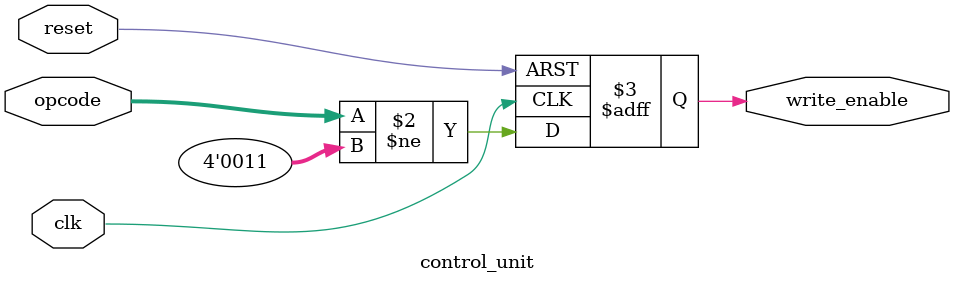
<source format=v>
module control_unit (
    input clk,               // Clock signal
    input reset,             // Reset signal
    input [3:0] opcode,      // Opcode
    output reg write_enable  // Write enable signal
);
    always @(posedge clk or posedge reset) begin
        if (reset) begin
            write_enable <= 0;
        end else begin
            // Enable writing for certain operations
            write_enable <= (opcode != 4'b0011); // Disable write for division, modify as needed
        end
    end
endmodule

</source>
